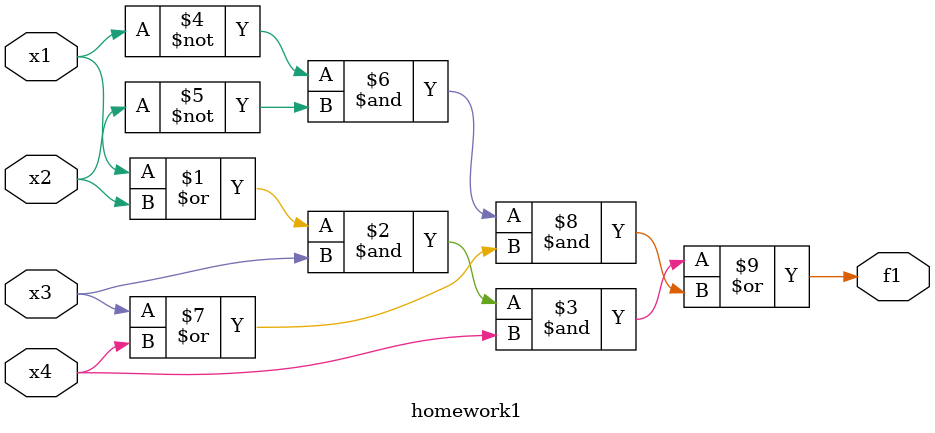
<source format=sv>

module homework1 (f1, x1, x2, x3, x4);
    output f1;
    input x1, x2, x3, x4;

    assign f1 = ((x1 | x2) & x3 & x4) | (~x1 & ~x2 & (x3 | x4));

endmodule
</source>
